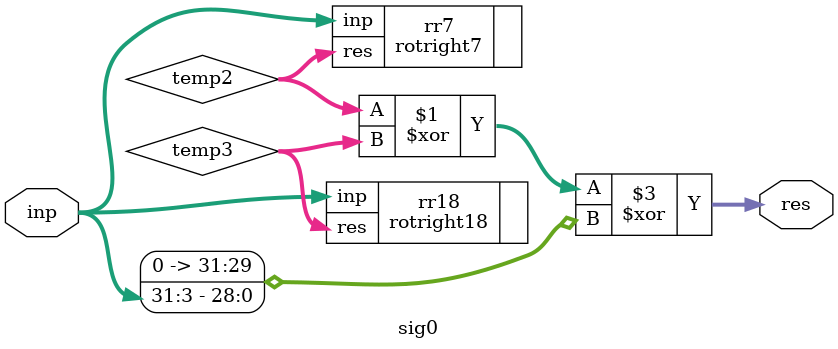
<source format=sv>
module sig0
  ( 
    input  logic [31:0] inp,
    output logic [31:0] res);
   
  logic [31:0] temp2;
  logic [31:0] temp3;
 
  rotright7 rr7(.inp, .res(temp2));
  rotright18 rr18(.inp, .res(temp3));
  assign res = temp2 ^ temp3 ^ (inp >> 3);
 
endmodule

</source>
